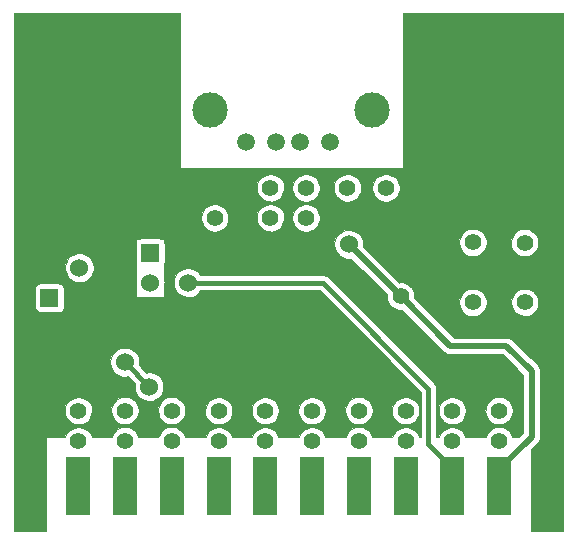
<source format=gbr>
G04 #@! TF.FileFunction,Copper,L1,Top,Signal*
%FSLAX46Y46*%
G04 Gerber Fmt 4.6, Leading zero omitted, Abs format (unit mm)*
G04 Created by KiCad (PCBNEW 4.0.7) date 08/25/20 08:50:58*
%MOMM*%
%LPD*%
G01*
G04 APERTURE LIST*
%ADD10C,0.150000*%
%ADD11R,2.000000X5.000000*%
%ADD12C,1.501140*%
%ADD13C,2.999740*%
%ADD14C,1.422400*%
%ADD15C,1.397000*%
%ADD16R,1.524000X1.524000*%
%ADD17C,1.524000*%
%ADD18C,0.381000*%
%ADD19C,0.508000*%
%ADD20C,0.025400*%
G04 APERTURE END LIST*
D10*
D11*
X232141600Y-152161100D03*
X228181600Y-152161100D03*
X224221600Y-152161100D03*
X220261600Y-152161100D03*
X216301600Y-152161100D03*
X212341600Y-152161100D03*
X208381600Y-152161100D03*
X204421600Y-152161100D03*
X200461600Y-152161100D03*
X196501600Y-152161100D03*
X192541600Y-152161100D03*
X188581600Y-152161100D03*
D12*
X206768700Y-123063000D03*
X209308700Y-123063000D03*
X211340700Y-123063000D03*
X213880700Y-123063000D03*
D13*
X203720700Y-120396000D03*
X217436700Y-120396000D03*
D14*
X225958400Y-136652000D03*
X225958400Y-131572000D03*
D15*
X204101700Y-129501900D03*
X204101700Y-126961900D03*
X230339900Y-129044700D03*
X230339900Y-131584700D03*
X230352600Y-139192000D03*
X230352600Y-136652000D03*
X219837000Y-136118600D03*
X219837000Y-138658600D03*
X215341200Y-126961900D03*
X215341200Y-129501900D03*
X208813400Y-126949200D03*
X208813400Y-129489200D03*
X211836000Y-126961900D03*
X211836000Y-129501900D03*
X218592400Y-126961900D03*
X218592400Y-129501900D03*
D16*
X190106300Y-136258300D03*
D17*
X190106300Y-133718300D03*
X192646300Y-136258300D03*
X192646300Y-133718300D03*
D15*
X224218500Y-145821400D03*
X224218500Y-148361400D03*
X220256100Y-145821400D03*
X220256100Y-148361400D03*
X216306400Y-145808700D03*
X216306400Y-148348700D03*
X212344000Y-145821400D03*
X212344000Y-148361400D03*
X208381600Y-145821400D03*
X208381600Y-148361400D03*
X204431900Y-145821400D03*
X204431900Y-148361400D03*
X200456800Y-145808700D03*
X200456800Y-148348700D03*
X196507100Y-145808700D03*
X196507100Y-148348700D03*
X228180900Y-145808700D03*
X228180900Y-148348700D03*
X192557400Y-145821400D03*
X192557400Y-148361400D03*
D16*
X198628000Y-132448300D03*
D17*
X198628000Y-134988300D03*
X198539100Y-143776700D03*
X196481700Y-141719300D03*
X201841100Y-134975600D03*
X215455500Y-131737100D03*
D18*
X196481700Y-141719300D02*
X198539100Y-143776700D01*
X207289400Y-134988300D02*
X201853800Y-134988300D01*
X201853800Y-134988300D02*
X201841100Y-134975600D01*
X224221600Y-152161100D02*
X224221600Y-150663200D01*
X213245700Y-134988300D02*
X207289400Y-134988300D01*
X222199200Y-143941800D02*
X213245700Y-134988300D01*
X222199200Y-148640800D02*
X222199200Y-143941800D01*
X224221600Y-150663200D02*
X222199200Y-148640800D01*
X224221600Y-152161100D02*
X224221600Y-150155200D01*
D19*
X230936800Y-143865600D02*
X230936800Y-142468600D01*
X228803200Y-140335000D02*
X224053400Y-140335000D01*
X230936800Y-142468600D02*
X228803200Y-140335000D01*
X228181600Y-152161100D02*
X228181600Y-150761000D01*
X224053400Y-140335000D02*
X219837000Y-136118600D01*
X230936800Y-148005800D02*
X230936800Y-143865600D01*
X228181600Y-150761000D02*
X230936800Y-148005800D01*
X219837000Y-136118600D02*
X215455500Y-131737100D01*
D20*
G36*
X201155300Y-125247400D02*
X201155803Y-125250938D01*
X201157271Y-125254196D01*
X201159590Y-125256916D01*
X201162574Y-125258882D01*
X201165987Y-125259940D01*
X201168000Y-125260100D01*
X219989400Y-125260100D01*
X219992938Y-125259597D01*
X219996196Y-125258129D01*
X219998916Y-125255810D01*
X220000882Y-125252826D01*
X220001940Y-125249413D01*
X220002100Y-125247400D01*
X220002100Y-112128000D01*
X233591400Y-112128000D01*
X233591400Y-155994400D01*
X230898700Y-155994400D01*
X230898700Y-149050396D01*
X231440048Y-148509048D01*
X231481816Y-148458200D01*
X231524033Y-148407887D01*
X231525834Y-148404611D01*
X231528212Y-148401716D01*
X231559279Y-148343775D01*
X231590949Y-148286168D01*
X231592082Y-148282597D01*
X231593848Y-148279303D01*
X231613051Y-148216493D01*
X231632948Y-148153771D01*
X231633365Y-148150050D01*
X231634459Y-148146473D01*
X231641096Y-148081134D01*
X231648431Y-148015737D01*
X231648482Y-148008413D01*
X231648495Y-148008284D01*
X231648484Y-148008163D01*
X231648500Y-148005800D01*
X231648500Y-142468600D01*
X231642083Y-142403156D01*
X231636355Y-142337682D01*
X231635311Y-142334090D01*
X231634946Y-142330363D01*
X231615939Y-142267411D01*
X231597603Y-142204297D01*
X231595880Y-142200974D01*
X231594799Y-142197392D01*
X231563946Y-142139366D01*
X231533682Y-142080980D01*
X231531346Y-142078054D01*
X231529590Y-142074751D01*
X231488090Y-142023868D01*
X231447026Y-141972427D01*
X231441883Y-141967212D01*
X231441801Y-141967112D01*
X231441708Y-141967035D01*
X231440048Y-141965352D01*
X229306448Y-139831752D01*
X229255622Y-139790003D01*
X229205287Y-139747767D01*
X229202008Y-139745964D01*
X229199115Y-139743588D01*
X229141161Y-139712513D01*
X229083568Y-139680851D01*
X229080001Y-139679720D01*
X229076703Y-139677951D01*
X229013847Y-139658734D01*
X228951171Y-139638852D01*
X228947450Y-139638435D01*
X228943873Y-139637341D01*
X228878534Y-139630704D01*
X228813137Y-139623369D01*
X228805813Y-139623318D01*
X228805684Y-139623305D01*
X228805563Y-139623316D01*
X228803200Y-139623300D01*
X224348196Y-139623300D01*
X221475180Y-136750284D01*
X224787963Y-136750284D01*
X224829344Y-136975752D01*
X224913731Y-137188887D01*
X225037908Y-137381573D01*
X225197147Y-137546469D01*
X225385382Y-137677296D01*
X225595442Y-137769069D01*
X225819328Y-137818294D01*
X226048511Y-137823094D01*
X226274261Y-137783288D01*
X226487981Y-137700392D01*
X226681529Y-137577563D01*
X226847533Y-137419479D01*
X226979670Y-137232162D01*
X227072908Y-137022747D01*
X227123694Y-136799211D01*
X227124392Y-136749216D01*
X229194881Y-136749216D01*
X229235812Y-136972234D01*
X229319281Y-137183054D01*
X229442110Y-137373646D01*
X229599618Y-137536751D01*
X229785808Y-137666156D01*
X229993586Y-137756932D01*
X230215039Y-137805621D01*
X230441732Y-137810370D01*
X230665029Y-137770996D01*
X230876427Y-137689001D01*
X231067872Y-137567506D01*
X231232072Y-137411140D01*
X231362774Y-137225859D01*
X231454998Y-137018719D01*
X231505233Y-136797611D01*
X231508849Y-136538629D01*
X231464808Y-136316205D01*
X231378403Y-136106571D01*
X231252926Y-135917712D01*
X231093155Y-135756822D01*
X230905177Y-135630030D01*
X230696152Y-135542163D01*
X230474041Y-135496570D01*
X230247304Y-135494987D01*
X230024577Y-135537475D01*
X229814345Y-135622414D01*
X229624615Y-135746570D01*
X229462614Y-135905213D01*
X229334512Y-136092301D01*
X229245189Y-136300708D01*
X229198046Y-136522496D01*
X229194881Y-136749216D01*
X227124392Y-136749216D01*
X227127350Y-136537383D01*
X227082825Y-136312516D01*
X226995471Y-136100579D01*
X226868616Y-135909646D01*
X226707090Y-135746989D01*
X226517047Y-135618803D01*
X226305726Y-135529972D01*
X226081175Y-135483878D01*
X225851947Y-135482278D01*
X225626774Y-135525232D01*
X225414233Y-135611104D01*
X225222419Y-135736624D01*
X225058638Y-135897010D01*
X224929129Y-136086153D01*
X224838824Y-136296850D01*
X224791164Y-136521073D01*
X224787963Y-136750284D01*
X221475180Y-136750284D01*
X220989536Y-136264640D01*
X220989633Y-136264211D01*
X220993249Y-136005229D01*
X220949208Y-135782805D01*
X220862803Y-135573171D01*
X220737326Y-135384312D01*
X220577555Y-135223422D01*
X220389577Y-135096630D01*
X220180552Y-135008763D01*
X219958441Y-134963170D01*
X219731704Y-134961587D01*
X219693727Y-134968831D01*
X216661101Y-131936205D01*
X216671438Y-131890709D01*
X216674515Y-131670284D01*
X224787963Y-131670284D01*
X224829344Y-131895752D01*
X224913731Y-132108887D01*
X225037908Y-132301573D01*
X225197147Y-132466469D01*
X225385382Y-132597296D01*
X225595442Y-132689069D01*
X225819328Y-132738294D01*
X226048511Y-132743094D01*
X226274261Y-132703288D01*
X226487981Y-132620392D01*
X226681529Y-132497563D01*
X226847533Y-132339479D01*
X226979670Y-132152162D01*
X227072908Y-131942747D01*
X227123694Y-131719211D01*
X227124214Y-131681916D01*
X229182181Y-131681916D01*
X229223112Y-131904934D01*
X229306581Y-132115754D01*
X229429410Y-132306346D01*
X229586918Y-132469451D01*
X229773108Y-132598856D01*
X229980886Y-132689632D01*
X230202339Y-132738321D01*
X230429032Y-132743070D01*
X230652329Y-132703696D01*
X230863727Y-132621701D01*
X231055172Y-132500206D01*
X231219372Y-132343840D01*
X231350074Y-132158559D01*
X231442298Y-131951419D01*
X231492533Y-131730311D01*
X231496149Y-131471329D01*
X231452108Y-131248905D01*
X231365703Y-131039271D01*
X231240226Y-130850412D01*
X231080455Y-130689522D01*
X230892477Y-130562730D01*
X230683452Y-130474863D01*
X230461341Y-130429270D01*
X230234604Y-130427687D01*
X230011877Y-130470175D01*
X229801645Y-130555114D01*
X229611915Y-130679270D01*
X229449914Y-130837913D01*
X229321812Y-131025001D01*
X229232489Y-131233408D01*
X229185346Y-131455196D01*
X229182181Y-131681916D01*
X227124214Y-131681916D01*
X227127350Y-131457383D01*
X227082825Y-131232516D01*
X226995471Y-131020579D01*
X226868616Y-130829646D01*
X226707090Y-130666989D01*
X226517047Y-130538803D01*
X226305726Y-130449972D01*
X226081175Y-130403878D01*
X225851947Y-130402278D01*
X225626774Y-130445232D01*
X225414233Y-130531104D01*
X225222419Y-130656624D01*
X225058638Y-130817010D01*
X224929129Y-131006153D01*
X224838824Y-131216850D01*
X224791164Y-131441073D01*
X224787963Y-131670284D01*
X216674515Y-131670284D01*
X216675253Y-131617502D01*
X216628793Y-131382862D01*
X216537642Y-131161715D01*
X216405274Y-130962484D01*
X216236728Y-130792757D01*
X216038426Y-130659001D01*
X215817920Y-130566309D01*
X215583610Y-130518212D01*
X215344421Y-130516542D01*
X215109462Y-130561363D01*
X214887683Y-130650967D01*
X214687533Y-130781942D01*
X214516634Y-130949298D01*
X214381497Y-131146662D01*
X214287268Y-131366515D01*
X214237536Y-131600483D01*
X214234196Y-131839656D01*
X214277376Y-132074922D01*
X214365430Y-132297320D01*
X214495004Y-132498380D01*
X214661163Y-132670443D01*
X214857578Y-132806955D01*
X215076768Y-132902717D01*
X215310384Y-132954081D01*
X215549527Y-132959090D01*
X215652787Y-132940883D01*
X218685698Y-135973794D01*
X218682446Y-135989096D01*
X218679281Y-136215816D01*
X218720212Y-136438834D01*
X218803681Y-136649654D01*
X218926510Y-136840246D01*
X219084018Y-137003351D01*
X219270208Y-137132756D01*
X219477986Y-137223532D01*
X219699439Y-137272221D01*
X219926132Y-137276970D01*
X219979469Y-137267565D01*
X223550152Y-140838248D01*
X223600978Y-140879997D01*
X223651313Y-140922233D01*
X223654592Y-140924036D01*
X223657485Y-140926412D01*
X223715439Y-140957487D01*
X223773032Y-140989149D01*
X223776599Y-140990280D01*
X223779897Y-140992049D01*
X223842753Y-141011266D01*
X223905429Y-141031148D01*
X223909150Y-141031565D01*
X223912727Y-141032659D01*
X223978066Y-141039296D01*
X224043463Y-141046631D01*
X224050787Y-141046682D01*
X224050916Y-141046695D01*
X224051037Y-141046684D01*
X224053400Y-141046700D01*
X228508404Y-141046700D01*
X230225100Y-142763396D01*
X230225100Y-147711004D01*
X229879504Y-148056600D01*
X229301760Y-148056600D01*
X229293108Y-148012905D01*
X229206703Y-147803271D01*
X229081226Y-147614412D01*
X228921455Y-147453522D01*
X228733477Y-147326730D01*
X228524452Y-147238863D01*
X228302341Y-147193270D01*
X228075604Y-147191687D01*
X227852877Y-147234175D01*
X227642645Y-147319114D01*
X227452915Y-147443270D01*
X227290914Y-147601913D01*
X227162812Y-147789001D01*
X227073489Y-147997408D01*
X227060907Y-148056600D01*
X225336845Y-148056600D01*
X225330708Y-148025605D01*
X225244303Y-147815971D01*
X225118826Y-147627112D01*
X224959055Y-147466222D01*
X224771077Y-147339430D01*
X224562052Y-147251563D01*
X224339941Y-147205970D01*
X224113204Y-147204387D01*
X223890477Y-147246875D01*
X223680245Y-147331814D01*
X223490515Y-147455970D01*
X223328514Y-147614613D01*
X223200412Y-147801701D01*
X223111089Y-148010108D01*
X223101207Y-148056600D01*
X222847400Y-148056600D01*
X222847400Y-145918616D01*
X223060781Y-145918616D01*
X223101712Y-146141634D01*
X223185181Y-146352454D01*
X223308010Y-146543046D01*
X223465518Y-146706151D01*
X223651708Y-146835556D01*
X223859486Y-146926332D01*
X224080939Y-146975021D01*
X224307632Y-146979770D01*
X224530929Y-146940396D01*
X224742327Y-146858401D01*
X224933772Y-146736906D01*
X225097972Y-146580540D01*
X225228674Y-146395259D01*
X225320898Y-146188119D01*
X225371133Y-145967011D01*
X225371986Y-145905916D01*
X227023181Y-145905916D01*
X227064112Y-146128934D01*
X227147581Y-146339754D01*
X227270410Y-146530346D01*
X227427918Y-146693451D01*
X227614108Y-146822856D01*
X227821886Y-146913632D01*
X228043339Y-146962321D01*
X228270032Y-146967070D01*
X228493329Y-146927696D01*
X228704727Y-146845701D01*
X228896172Y-146724206D01*
X229060372Y-146567840D01*
X229191074Y-146382559D01*
X229283298Y-146175419D01*
X229333533Y-145954311D01*
X229337149Y-145695329D01*
X229293108Y-145472905D01*
X229206703Y-145263271D01*
X229081226Y-145074412D01*
X228921455Y-144913522D01*
X228733477Y-144786730D01*
X228524452Y-144698863D01*
X228302341Y-144653270D01*
X228075604Y-144651687D01*
X227852877Y-144694175D01*
X227642645Y-144779114D01*
X227452915Y-144903270D01*
X227290914Y-145061913D01*
X227162812Y-145249001D01*
X227073489Y-145457408D01*
X227026346Y-145679196D01*
X227023181Y-145905916D01*
X225371986Y-145905916D01*
X225374749Y-145708029D01*
X225330708Y-145485605D01*
X225244303Y-145275971D01*
X225118826Y-145087112D01*
X224959055Y-144926222D01*
X224771077Y-144799430D01*
X224562052Y-144711563D01*
X224339941Y-144665970D01*
X224113204Y-144664387D01*
X223890477Y-144706875D01*
X223680245Y-144791814D01*
X223490515Y-144915970D01*
X223328514Y-145074613D01*
X223200412Y-145261701D01*
X223111089Y-145470108D01*
X223063946Y-145691896D01*
X223060781Y-145918616D01*
X222847400Y-145918616D01*
X222847400Y-143941800D01*
X222841557Y-143882212D01*
X222836339Y-143822563D01*
X222835387Y-143819288D01*
X222835055Y-143815897D01*
X222817757Y-143758603D01*
X222801045Y-143701079D01*
X222799476Y-143698052D01*
X222798491Y-143694790D01*
X222770376Y-143641914D01*
X222742826Y-143588765D01*
X222740701Y-143586103D01*
X222739100Y-143583092D01*
X222701240Y-143536671D01*
X222663901Y-143489897D01*
X222659222Y-143485152D01*
X222659144Y-143485056D01*
X222659055Y-143484982D01*
X222657547Y-143483453D01*
X213704047Y-134529953D01*
X213657782Y-134491951D01*
X213611912Y-134453461D01*
X213608922Y-134451818D01*
X213606291Y-134449656D01*
X213553561Y-134421382D01*
X213501053Y-134392516D01*
X213497802Y-134391485D01*
X213494800Y-134389875D01*
X213437522Y-134372363D01*
X213380468Y-134354265D01*
X213377085Y-134353885D01*
X213373822Y-134352888D01*
X213314233Y-134346835D01*
X213254750Y-134340163D01*
X213248087Y-134340117D01*
X213247963Y-134340104D01*
X213247847Y-134340115D01*
X213245700Y-134340100D01*
X202883302Y-134340100D01*
X202790874Y-134200984D01*
X202622328Y-134031257D01*
X202424026Y-133897501D01*
X202203520Y-133804809D01*
X201969210Y-133756712D01*
X201730021Y-133755042D01*
X201495062Y-133799863D01*
X201273283Y-133889467D01*
X201073133Y-134020442D01*
X200902234Y-134187798D01*
X200767097Y-134385162D01*
X200672868Y-134605015D01*
X200623136Y-134838983D01*
X200619796Y-135078156D01*
X200662976Y-135313422D01*
X200751030Y-135535820D01*
X200880604Y-135736880D01*
X201046763Y-135908943D01*
X201243178Y-136045455D01*
X201462368Y-136141217D01*
X201695984Y-136192581D01*
X201935127Y-136197590D01*
X202170689Y-136156054D01*
X202393696Y-136069555D01*
X202595656Y-135941388D01*
X202768875Y-135776434D01*
X202867587Y-135636500D01*
X212977206Y-135636500D01*
X221551000Y-144210294D01*
X221551000Y-148056600D01*
X221374445Y-148056600D01*
X221368308Y-148025605D01*
X221281903Y-147815971D01*
X221156426Y-147627112D01*
X220996655Y-147466222D01*
X220808677Y-147339430D01*
X220599652Y-147251563D01*
X220377541Y-147205970D01*
X220150804Y-147204387D01*
X219928077Y-147246875D01*
X219717845Y-147331814D01*
X219528115Y-147455970D01*
X219366114Y-147614613D01*
X219238012Y-147801701D01*
X219148689Y-148010108D01*
X219138807Y-148056600D01*
X217427260Y-148056600D01*
X217418608Y-148012905D01*
X217332203Y-147803271D01*
X217206726Y-147614412D01*
X217046955Y-147453522D01*
X216858977Y-147326730D01*
X216649952Y-147238863D01*
X216427841Y-147193270D01*
X216201104Y-147191687D01*
X215978377Y-147234175D01*
X215768145Y-147319114D01*
X215578415Y-147443270D01*
X215416414Y-147601913D01*
X215288312Y-147789001D01*
X215198989Y-147997408D01*
X215186407Y-148056600D01*
X213462345Y-148056600D01*
X213456208Y-148025605D01*
X213369803Y-147815971D01*
X213244326Y-147627112D01*
X213084555Y-147466222D01*
X212896577Y-147339430D01*
X212687552Y-147251563D01*
X212465441Y-147205970D01*
X212238704Y-147204387D01*
X212015977Y-147246875D01*
X211805745Y-147331814D01*
X211616015Y-147455970D01*
X211454014Y-147614613D01*
X211325912Y-147801701D01*
X211236589Y-148010108D01*
X211226707Y-148056600D01*
X209499945Y-148056600D01*
X209493808Y-148025605D01*
X209407403Y-147815971D01*
X209281926Y-147627112D01*
X209122155Y-147466222D01*
X208934177Y-147339430D01*
X208725152Y-147251563D01*
X208503041Y-147205970D01*
X208276304Y-147204387D01*
X208053577Y-147246875D01*
X207843345Y-147331814D01*
X207653615Y-147455970D01*
X207491614Y-147614613D01*
X207363512Y-147801701D01*
X207274189Y-148010108D01*
X207264307Y-148056600D01*
X205550245Y-148056600D01*
X205544108Y-148025605D01*
X205457703Y-147815971D01*
X205332226Y-147627112D01*
X205172455Y-147466222D01*
X204984477Y-147339430D01*
X204775452Y-147251563D01*
X204553341Y-147205970D01*
X204326604Y-147204387D01*
X204103877Y-147246875D01*
X203893645Y-147331814D01*
X203703915Y-147455970D01*
X203541914Y-147614613D01*
X203413812Y-147801701D01*
X203324489Y-148010108D01*
X203314607Y-148056600D01*
X201577660Y-148056600D01*
X201569008Y-148012905D01*
X201482603Y-147803271D01*
X201357126Y-147614412D01*
X201197355Y-147453522D01*
X201009377Y-147326730D01*
X200800352Y-147238863D01*
X200578241Y-147193270D01*
X200351504Y-147191687D01*
X200128777Y-147234175D01*
X199918545Y-147319114D01*
X199728815Y-147443270D01*
X199566814Y-147601913D01*
X199438712Y-147789001D01*
X199349389Y-147997408D01*
X199336807Y-148056600D01*
X197627960Y-148056600D01*
X197619308Y-148012905D01*
X197532903Y-147803271D01*
X197407426Y-147614412D01*
X197247655Y-147453522D01*
X197059677Y-147326730D01*
X196850652Y-147238863D01*
X196628541Y-147193270D01*
X196401804Y-147191687D01*
X196179077Y-147234175D01*
X195968845Y-147319114D01*
X195779115Y-147443270D01*
X195617114Y-147601913D01*
X195489012Y-147789001D01*
X195399689Y-147997408D01*
X195387107Y-148056600D01*
X193675745Y-148056600D01*
X193669608Y-148025605D01*
X193583203Y-147815971D01*
X193457726Y-147627112D01*
X193297955Y-147466222D01*
X193109977Y-147339430D01*
X192900952Y-147251563D01*
X192678841Y-147205970D01*
X192452104Y-147204387D01*
X192229377Y-147246875D01*
X192019145Y-147331814D01*
X191829415Y-147455970D01*
X191667414Y-147614613D01*
X191539312Y-147801701D01*
X191449989Y-148010108D01*
X191440107Y-148056600D01*
X189839600Y-148056600D01*
X189836062Y-148057103D01*
X189832804Y-148058571D01*
X189830084Y-148060890D01*
X189828118Y-148063874D01*
X189827060Y-148067287D01*
X189826900Y-148069300D01*
X189826900Y-155994400D01*
X187096100Y-155994400D01*
X187096100Y-145918616D01*
X191399681Y-145918616D01*
X191440612Y-146141634D01*
X191524081Y-146352454D01*
X191646910Y-146543046D01*
X191804418Y-146706151D01*
X191990608Y-146835556D01*
X192198386Y-146926332D01*
X192419839Y-146975021D01*
X192646532Y-146979770D01*
X192869829Y-146940396D01*
X193081227Y-146858401D01*
X193272672Y-146736906D01*
X193436872Y-146580540D01*
X193567574Y-146395259D01*
X193659798Y-146188119D01*
X193710033Y-145967011D01*
X193710886Y-145905916D01*
X195349381Y-145905916D01*
X195390312Y-146128934D01*
X195473781Y-146339754D01*
X195596610Y-146530346D01*
X195754118Y-146693451D01*
X195940308Y-146822856D01*
X196148086Y-146913632D01*
X196369539Y-146962321D01*
X196596232Y-146967070D01*
X196819529Y-146927696D01*
X197030927Y-146845701D01*
X197222372Y-146724206D01*
X197386572Y-146567840D01*
X197517274Y-146382559D01*
X197609498Y-146175419D01*
X197659733Y-145954311D01*
X197660408Y-145905916D01*
X199299081Y-145905916D01*
X199340012Y-146128934D01*
X199423481Y-146339754D01*
X199546310Y-146530346D01*
X199703818Y-146693451D01*
X199890008Y-146822856D01*
X200097786Y-146913632D01*
X200319239Y-146962321D01*
X200545932Y-146967070D01*
X200769229Y-146927696D01*
X200980627Y-146845701D01*
X201172072Y-146724206D01*
X201336272Y-146567840D01*
X201466974Y-146382559D01*
X201559198Y-146175419D01*
X201609433Y-145954311D01*
X201609931Y-145918616D01*
X203274181Y-145918616D01*
X203315112Y-146141634D01*
X203398581Y-146352454D01*
X203521410Y-146543046D01*
X203678918Y-146706151D01*
X203865108Y-146835556D01*
X204072886Y-146926332D01*
X204294339Y-146975021D01*
X204521032Y-146979770D01*
X204744329Y-146940396D01*
X204955727Y-146858401D01*
X205147172Y-146736906D01*
X205311372Y-146580540D01*
X205442074Y-146395259D01*
X205534298Y-146188119D01*
X205584533Y-145967011D01*
X205585208Y-145918616D01*
X207223881Y-145918616D01*
X207264812Y-146141634D01*
X207348281Y-146352454D01*
X207471110Y-146543046D01*
X207628618Y-146706151D01*
X207814808Y-146835556D01*
X208022586Y-146926332D01*
X208244039Y-146975021D01*
X208470732Y-146979770D01*
X208694029Y-146940396D01*
X208905427Y-146858401D01*
X209096872Y-146736906D01*
X209261072Y-146580540D01*
X209391774Y-146395259D01*
X209483998Y-146188119D01*
X209534233Y-145967011D01*
X209534908Y-145918616D01*
X211186281Y-145918616D01*
X211227212Y-146141634D01*
X211310681Y-146352454D01*
X211433510Y-146543046D01*
X211591018Y-146706151D01*
X211777208Y-146835556D01*
X211984986Y-146926332D01*
X212206439Y-146975021D01*
X212433132Y-146979770D01*
X212656429Y-146940396D01*
X212867827Y-146858401D01*
X213059272Y-146736906D01*
X213223472Y-146580540D01*
X213354174Y-146395259D01*
X213446398Y-146188119D01*
X213496633Y-145967011D01*
X213497486Y-145905916D01*
X215148681Y-145905916D01*
X215189612Y-146128934D01*
X215273081Y-146339754D01*
X215395910Y-146530346D01*
X215553418Y-146693451D01*
X215739608Y-146822856D01*
X215947386Y-146913632D01*
X216168839Y-146962321D01*
X216395532Y-146967070D01*
X216618829Y-146927696D01*
X216830227Y-146845701D01*
X217021672Y-146724206D01*
X217185872Y-146567840D01*
X217316574Y-146382559D01*
X217408798Y-146175419D01*
X217459033Y-145954311D01*
X217459531Y-145918616D01*
X219098381Y-145918616D01*
X219139312Y-146141634D01*
X219222781Y-146352454D01*
X219345610Y-146543046D01*
X219503118Y-146706151D01*
X219689308Y-146835556D01*
X219897086Y-146926332D01*
X220118539Y-146975021D01*
X220345232Y-146979770D01*
X220568529Y-146940396D01*
X220779927Y-146858401D01*
X220971372Y-146736906D01*
X221135572Y-146580540D01*
X221266274Y-146395259D01*
X221358498Y-146188119D01*
X221408733Y-145967011D01*
X221412349Y-145708029D01*
X221368308Y-145485605D01*
X221281903Y-145275971D01*
X221156426Y-145087112D01*
X220996655Y-144926222D01*
X220808677Y-144799430D01*
X220599652Y-144711563D01*
X220377541Y-144665970D01*
X220150804Y-144664387D01*
X219928077Y-144706875D01*
X219717845Y-144791814D01*
X219528115Y-144915970D01*
X219366114Y-145074613D01*
X219238012Y-145261701D01*
X219148689Y-145470108D01*
X219101546Y-145691896D01*
X219098381Y-145918616D01*
X217459531Y-145918616D01*
X217462649Y-145695329D01*
X217418608Y-145472905D01*
X217332203Y-145263271D01*
X217206726Y-145074412D01*
X217046955Y-144913522D01*
X216858977Y-144786730D01*
X216649952Y-144698863D01*
X216427841Y-144653270D01*
X216201104Y-144651687D01*
X215978377Y-144694175D01*
X215768145Y-144779114D01*
X215578415Y-144903270D01*
X215416414Y-145061913D01*
X215288312Y-145249001D01*
X215198989Y-145457408D01*
X215151846Y-145679196D01*
X215148681Y-145905916D01*
X213497486Y-145905916D01*
X213500249Y-145708029D01*
X213456208Y-145485605D01*
X213369803Y-145275971D01*
X213244326Y-145087112D01*
X213084555Y-144926222D01*
X212896577Y-144799430D01*
X212687552Y-144711563D01*
X212465441Y-144665970D01*
X212238704Y-144664387D01*
X212015977Y-144706875D01*
X211805745Y-144791814D01*
X211616015Y-144915970D01*
X211454014Y-145074613D01*
X211325912Y-145261701D01*
X211236589Y-145470108D01*
X211189446Y-145691896D01*
X211186281Y-145918616D01*
X209534908Y-145918616D01*
X209537849Y-145708029D01*
X209493808Y-145485605D01*
X209407403Y-145275971D01*
X209281926Y-145087112D01*
X209122155Y-144926222D01*
X208934177Y-144799430D01*
X208725152Y-144711563D01*
X208503041Y-144665970D01*
X208276304Y-144664387D01*
X208053577Y-144706875D01*
X207843345Y-144791814D01*
X207653615Y-144915970D01*
X207491614Y-145074613D01*
X207363512Y-145261701D01*
X207274189Y-145470108D01*
X207227046Y-145691896D01*
X207223881Y-145918616D01*
X205585208Y-145918616D01*
X205588149Y-145708029D01*
X205544108Y-145485605D01*
X205457703Y-145275971D01*
X205332226Y-145087112D01*
X205172455Y-144926222D01*
X204984477Y-144799430D01*
X204775452Y-144711563D01*
X204553341Y-144665970D01*
X204326604Y-144664387D01*
X204103877Y-144706875D01*
X203893645Y-144791814D01*
X203703915Y-144915970D01*
X203541914Y-145074613D01*
X203413812Y-145261701D01*
X203324489Y-145470108D01*
X203277346Y-145691896D01*
X203274181Y-145918616D01*
X201609931Y-145918616D01*
X201613049Y-145695329D01*
X201569008Y-145472905D01*
X201482603Y-145263271D01*
X201357126Y-145074412D01*
X201197355Y-144913522D01*
X201009377Y-144786730D01*
X200800352Y-144698863D01*
X200578241Y-144653270D01*
X200351504Y-144651687D01*
X200128777Y-144694175D01*
X199918545Y-144779114D01*
X199728815Y-144903270D01*
X199566814Y-145061913D01*
X199438712Y-145249001D01*
X199349389Y-145457408D01*
X199302246Y-145679196D01*
X199299081Y-145905916D01*
X197660408Y-145905916D01*
X197663349Y-145695329D01*
X197619308Y-145472905D01*
X197532903Y-145263271D01*
X197407426Y-145074412D01*
X197247655Y-144913522D01*
X197059677Y-144786730D01*
X196850652Y-144698863D01*
X196628541Y-144653270D01*
X196401804Y-144651687D01*
X196179077Y-144694175D01*
X195968845Y-144779114D01*
X195779115Y-144903270D01*
X195617114Y-145061913D01*
X195489012Y-145249001D01*
X195399689Y-145457408D01*
X195352546Y-145679196D01*
X195349381Y-145905916D01*
X193710886Y-145905916D01*
X193713649Y-145708029D01*
X193669608Y-145485605D01*
X193583203Y-145275971D01*
X193457726Y-145087112D01*
X193297955Y-144926222D01*
X193109977Y-144799430D01*
X192900952Y-144711563D01*
X192678841Y-144665970D01*
X192452104Y-144664387D01*
X192229377Y-144706875D01*
X192019145Y-144791814D01*
X191829415Y-144915970D01*
X191667414Y-145074613D01*
X191539312Y-145261701D01*
X191449989Y-145470108D01*
X191402846Y-145691896D01*
X191399681Y-145918616D01*
X187096100Y-145918616D01*
X187096100Y-141821856D01*
X195260396Y-141821856D01*
X195303576Y-142057122D01*
X195391630Y-142279520D01*
X195521204Y-142480580D01*
X195687363Y-142652643D01*
X195883778Y-142789155D01*
X196102968Y-142884917D01*
X196336584Y-142936281D01*
X196575727Y-142941290D01*
X196755328Y-142909622D01*
X197349999Y-143504293D01*
X197321136Y-143640083D01*
X197317796Y-143879256D01*
X197360976Y-144114522D01*
X197449030Y-144336920D01*
X197578604Y-144537980D01*
X197744763Y-144710043D01*
X197941178Y-144846555D01*
X198160368Y-144942317D01*
X198393984Y-144993681D01*
X198633127Y-144998690D01*
X198868689Y-144957154D01*
X199091696Y-144870655D01*
X199293656Y-144742488D01*
X199466875Y-144577534D01*
X199604755Y-144382076D01*
X199702044Y-144163560D01*
X199755038Y-143930309D01*
X199758853Y-143657102D01*
X199712393Y-143422462D01*
X199621242Y-143201315D01*
X199488874Y-143002084D01*
X199320328Y-142832357D01*
X199122026Y-142698601D01*
X198901520Y-142605909D01*
X198667210Y-142557812D01*
X198428021Y-142556142D01*
X198266120Y-142587026D01*
X197670676Y-141991582D01*
X197697638Y-141872909D01*
X197701453Y-141599702D01*
X197654993Y-141365062D01*
X197563842Y-141143915D01*
X197431474Y-140944684D01*
X197262928Y-140774957D01*
X197064626Y-140641201D01*
X196844120Y-140548509D01*
X196609810Y-140500412D01*
X196370621Y-140498742D01*
X196135662Y-140543563D01*
X195913883Y-140633167D01*
X195713733Y-140764142D01*
X195542834Y-140931498D01*
X195407697Y-141128862D01*
X195313468Y-141348715D01*
X195263736Y-141582683D01*
X195260396Y-141821856D01*
X187096100Y-141821856D01*
X187096100Y-135496300D01*
X188884386Y-135496300D01*
X188884386Y-137020300D01*
X188890198Y-137093187D01*
X188928482Y-137216811D01*
X188999692Y-137324875D01*
X189098188Y-137408822D01*
X189216171Y-137462006D01*
X189344300Y-137480214D01*
X190868300Y-137480214D01*
X190941187Y-137474402D01*
X191064811Y-137436118D01*
X191172875Y-137364908D01*
X191256822Y-137266412D01*
X191310006Y-137148429D01*
X191328214Y-137020300D01*
X191328214Y-135496300D01*
X191322402Y-135423413D01*
X191284118Y-135299789D01*
X191212908Y-135191725D01*
X191114412Y-135107778D01*
X190996429Y-135054594D01*
X190868300Y-135036386D01*
X189344300Y-135036386D01*
X189271413Y-135042198D01*
X189147789Y-135080482D01*
X189039725Y-135151692D01*
X188955778Y-135250188D01*
X188902594Y-135368171D01*
X188884386Y-135496300D01*
X187096100Y-135496300D01*
X187096100Y-133820856D01*
X191424996Y-133820856D01*
X191468176Y-134056122D01*
X191556230Y-134278520D01*
X191685804Y-134479580D01*
X191851963Y-134651643D01*
X192048378Y-134788155D01*
X192267568Y-134883917D01*
X192501184Y-134935281D01*
X192740327Y-134940290D01*
X192975889Y-134898754D01*
X193198896Y-134812255D01*
X193400856Y-134684088D01*
X193574075Y-134519134D01*
X193711955Y-134323676D01*
X193809244Y-134105160D01*
X193862238Y-133871909D01*
X193866053Y-133598702D01*
X193819593Y-133364062D01*
X193728442Y-133142915D01*
X193596074Y-132943684D01*
X193427528Y-132773957D01*
X193229226Y-132640201D01*
X193008720Y-132547509D01*
X192774410Y-132499412D01*
X192535221Y-132497742D01*
X192300262Y-132542563D01*
X192078483Y-132632167D01*
X191878333Y-132763142D01*
X191707434Y-132930498D01*
X191572297Y-133127862D01*
X191478068Y-133347715D01*
X191428336Y-133581683D01*
X191424996Y-133820856D01*
X187096100Y-133820856D01*
X187096100Y-131686300D01*
X197406086Y-131686300D01*
X197406086Y-133210300D01*
X197411898Y-133283187D01*
X197421500Y-133314193D01*
X197421500Y-134797750D01*
X197410036Y-134851683D01*
X197406696Y-135090856D01*
X197421500Y-135171516D01*
X197421500Y-136182100D01*
X197422369Y-136186716D01*
X197425097Y-136190955D01*
X197429259Y-136193799D01*
X197434200Y-136194800D01*
X198435214Y-136194800D01*
X198482884Y-136205281D01*
X198722027Y-136210290D01*
X198809875Y-136194800D01*
X199821800Y-136194800D01*
X199826416Y-136193931D01*
X199830655Y-136191203D01*
X199833499Y-136187041D01*
X199834500Y-136182100D01*
X199834500Y-135183450D01*
X199843938Y-135141909D01*
X199847753Y-134868702D01*
X199834500Y-134801770D01*
X199834500Y-133318768D01*
X199849914Y-133210300D01*
X199849914Y-131686300D01*
X199844102Y-131613413D01*
X199834500Y-131582407D01*
X199834500Y-131254500D01*
X199833631Y-131249884D01*
X199830903Y-131245645D01*
X199826741Y-131242801D01*
X199821800Y-131241800D01*
X199498468Y-131241800D01*
X199390000Y-131226386D01*
X197866000Y-131226386D01*
X197793113Y-131232198D01*
X197762107Y-131241800D01*
X197434200Y-131241800D01*
X197429584Y-131242669D01*
X197425345Y-131245397D01*
X197422501Y-131249559D01*
X197421500Y-131254500D01*
X197421500Y-131577832D01*
X197406086Y-131686300D01*
X187096100Y-131686300D01*
X187096100Y-129599116D01*
X202943981Y-129599116D01*
X202984912Y-129822134D01*
X203068381Y-130032954D01*
X203191210Y-130223546D01*
X203348718Y-130386651D01*
X203534908Y-130516056D01*
X203742686Y-130606832D01*
X203964139Y-130655521D01*
X204190832Y-130660270D01*
X204414129Y-130620896D01*
X204625527Y-130538901D01*
X204816972Y-130417406D01*
X204981172Y-130261040D01*
X205111874Y-130075759D01*
X205204098Y-129868619D01*
X205254333Y-129647511D01*
X205255186Y-129586416D01*
X207655681Y-129586416D01*
X207696612Y-129809434D01*
X207780081Y-130020254D01*
X207902910Y-130210846D01*
X208060418Y-130373951D01*
X208246608Y-130503356D01*
X208454386Y-130594132D01*
X208675839Y-130642821D01*
X208902532Y-130647570D01*
X209125829Y-130608196D01*
X209337227Y-130526201D01*
X209528672Y-130404706D01*
X209692872Y-130248340D01*
X209823574Y-130063059D01*
X209915798Y-129855919D01*
X209966033Y-129634811D01*
X209966531Y-129599116D01*
X210678281Y-129599116D01*
X210719212Y-129822134D01*
X210802681Y-130032954D01*
X210925510Y-130223546D01*
X211083018Y-130386651D01*
X211269208Y-130516056D01*
X211476986Y-130606832D01*
X211698439Y-130655521D01*
X211925132Y-130660270D01*
X212148429Y-130620896D01*
X212359827Y-130538901D01*
X212551272Y-130417406D01*
X212715472Y-130261040D01*
X212846174Y-130075759D01*
X212938398Y-129868619D01*
X212988633Y-129647511D01*
X212992249Y-129388529D01*
X212948208Y-129166105D01*
X212861803Y-128956471D01*
X212736326Y-128767612D01*
X212576555Y-128606722D01*
X212388577Y-128479930D01*
X212179552Y-128392063D01*
X211957441Y-128346470D01*
X211730704Y-128344887D01*
X211507977Y-128387375D01*
X211297745Y-128472314D01*
X211108015Y-128596470D01*
X210946014Y-128755113D01*
X210817912Y-128942201D01*
X210728589Y-129150608D01*
X210681446Y-129372396D01*
X210678281Y-129599116D01*
X209966531Y-129599116D01*
X209969649Y-129375829D01*
X209925608Y-129153405D01*
X209839203Y-128943771D01*
X209713726Y-128754912D01*
X209553955Y-128594022D01*
X209365977Y-128467230D01*
X209156952Y-128379363D01*
X208934841Y-128333770D01*
X208708104Y-128332187D01*
X208485377Y-128374675D01*
X208275145Y-128459614D01*
X208085415Y-128583770D01*
X207923414Y-128742413D01*
X207795312Y-128929501D01*
X207705989Y-129137908D01*
X207658846Y-129359696D01*
X207655681Y-129586416D01*
X205255186Y-129586416D01*
X205257949Y-129388529D01*
X205213908Y-129166105D01*
X205127503Y-128956471D01*
X205002026Y-128767612D01*
X204842255Y-128606722D01*
X204654277Y-128479930D01*
X204445252Y-128392063D01*
X204223141Y-128346470D01*
X203996404Y-128344887D01*
X203773677Y-128387375D01*
X203563445Y-128472314D01*
X203373715Y-128596470D01*
X203211714Y-128755113D01*
X203083612Y-128942201D01*
X202994289Y-129150608D01*
X202947146Y-129372396D01*
X202943981Y-129599116D01*
X187096100Y-129599116D01*
X187096100Y-127046416D01*
X207655681Y-127046416D01*
X207696612Y-127269434D01*
X207780081Y-127480254D01*
X207902910Y-127670846D01*
X208060418Y-127833951D01*
X208246608Y-127963356D01*
X208454386Y-128054132D01*
X208675839Y-128102821D01*
X208902532Y-128107570D01*
X209125829Y-128068196D01*
X209337227Y-127986201D01*
X209528672Y-127864706D01*
X209692872Y-127708340D01*
X209823574Y-127523059D01*
X209915798Y-127315919D01*
X209966033Y-127094811D01*
X209966531Y-127059116D01*
X210678281Y-127059116D01*
X210719212Y-127282134D01*
X210802681Y-127492954D01*
X210925510Y-127683546D01*
X211083018Y-127846651D01*
X211269208Y-127976056D01*
X211476986Y-128066832D01*
X211698439Y-128115521D01*
X211925132Y-128120270D01*
X212148429Y-128080896D01*
X212359827Y-127998901D01*
X212551272Y-127877406D01*
X212715472Y-127721040D01*
X212846174Y-127535759D01*
X212938398Y-127328619D01*
X212988633Y-127107511D01*
X212989308Y-127059116D01*
X214183481Y-127059116D01*
X214224412Y-127282134D01*
X214307881Y-127492954D01*
X214430710Y-127683546D01*
X214588218Y-127846651D01*
X214774408Y-127976056D01*
X214982186Y-128066832D01*
X215203639Y-128115521D01*
X215430332Y-128120270D01*
X215653629Y-128080896D01*
X215865027Y-127998901D01*
X216056472Y-127877406D01*
X216220672Y-127721040D01*
X216351374Y-127535759D01*
X216443598Y-127328619D01*
X216493833Y-127107511D01*
X216494508Y-127059116D01*
X217434681Y-127059116D01*
X217475612Y-127282134D01*
X217559081Y-127492954D01*
X217681910Y-127683546D01*
X217839418Y-127846651D01*
X218025608Y-127976056D01*
X218233386Y-128066832D01*
X218454839Y-128115521D01*
X218681532Y-128120270D01*
X218904829Y-128080896D01*
X219116227Y-127998901D01*
X219307672Y-127877406D01*
X219471872Y-127721040D01*
X219602574Y-127535759D01*
X219694798Y-127328619D01*
X219745033Y-127107511D01*
X219748649Y-126848529D01*
X219704608Y-126626105D01*
X219618203Y-126416471D01*
X219492726Y-126227612D01*
X219332955Y-126066722D01*
X219144977Y-125939930D01*
X218935952Y-125852063D01*
X218713841Y-125806470D01*
X218487104Y-125804887D01*
X218264377Y-125847375D01*
X218054145Y-125932314D01*
X217864415Y-126056470D01*
X217702414Y-126215113D01*
X217574312Y-126402201D01*
X217484989Y-126610608D01*
X217437846Y-126832396D01*
X217434681Y-127059116D01*
X216494508Y-127059116D01*
X216497449Y-126848529D01*
X216453408Y-126626105D01*
X216367003Y-126416471D01*
X216241526Y-126227612D01*
X216081755Y-126066722D01*
X215893777Y-125939930D01*
X215684752Y-125852063D01*
X215462641Y-125806470D01*
X215235904Y-125804887D01*
X215013177Y-125847375D01*
X214802945Y-125932314D01*
X214613215Y-126056470D01*
X214451214Y-126215113D01*
X214323112Y-126402201D01*
X214233789Y-126610608D01*
X214186646Y-126832396D01*
X214183481Y-127059116D01*
X212989308Y-127059116D01*
X212992249Y-126848529D01*
X212948208Y-126626105D01*
X212861803Y-126416471D01*
X212736326Y-126227612D01*
X212576555Y-126066722D01*
X212388577Y-125939930D01*
X212179552Y-125852063D01*
X211957441Y-125806470D01*
X211730704Y-125804887D01*
X211507977Y-125847375D01*
X211297745Y-125932314D01*
X211108015Y-126056470D01*
X210946014Y-126215113D01*
X210817912Y-126402201D01*
X210728589Y-126610608D01*
X210681446Y-126832396D01*
X210678281Y-127059116D01*
X209966531Y-127059116D01*
X209969649Y-126835829D01*
X209925608Y-126613405D01*
X209839203Y-126403771D01*
X209713726Y-126214912D01*
X209553955Y-126054022D01*
X209365977Y-125927230D01*
X209156952Y-125839363D01*
X208934841Y-125793770D01*
X208708104Y-125792187D01*
X208485377Y-125834675D01*
X208275145Y-125919614D01*
X208085415Y-126043770D01*
X207923414Y-126202413D01*
X207795312Y-126389501D01*
X207705989Y-126597908D01*
X207658846Y-126819696D01*
X207655681Y-127046416D01*
X187096100Y-127046416D01*
X187096100Y-112128000D01*
X201155300Y-112128000D01*
X201155300Y-125247400D01*
X201155300Y-125247400D01*
G37*
X201155300Y-125247400D02*
X201155803Y-125250938D01*
X201157271Y-125254196D01*
X201159590Y-125256916D01*
X201162574Y-125258882D01*
X201165987Y-125259940D01*
X201168000Y-125260100D01*
X219989400Y-125260100D01*
X219992938Y-125259597D01*
X219996196Y-125258129D01*
X219998916Y-125255810D01*
X220000882Y-125252826D01*
X220001940Y-125249413D01*
X220002100Y-125247400D01*
X220002100Y-112128000D01*
X233591400Y-112128000D01*
X233591400Y-155994400D01*
X230898700Y-155994400D01*
X230898700Y-149050396D01*
X231440048Y-148509048D01*
X231481816Y-148458200D01*
X231524033Y-148407887D01*
X231525834Y-148404611D01*
X231528212Y-148401716D01*
X231559279Y-148343775D01*
X231590949Y-148286168D01*
X231592082Y-148282597D01*
X231593848Y-148279303D01*
X231613051Y-148216493D01*
X231632948Y-148153771D01*
X231633365Y-148150050D01*
X231634459Y-148146473D01*
X231641096Y-148081134D01*
X231648431Y-148015737D01*
X231648482Y-148008413D01*
X231648495Y-148008284D01*
X231648484Y-148008163D01*
X231648500Y-148005800D01*
X231648500Y-142468600D01*
X231642083Y-142403156D01*
X231636355Y-142337682D01*
X231635311Y-142334090D01*
X231634946Y-142330363D01*
X231615939Y-142267411D01*
X231597603Y-142204297D01*
X231595880Y-142200974D01*
X231594799Y-142197392D01*
X231563946Y-142139366D01*
X231533682Y-142080980D01*
X231531346Y-142078054D01*
X231529590Y-142074751D01*
X231488090Y-142023868D01*
X231447026Y-141972427D01*
X231441883Y-141967212D01*
X231441801Y-141967112D01*
X231441708Y-141967035D01*
X231440048Y-141965352D01*
X229306448Y-139831752D01*
X229255622Y-139790003D01*
X229205287Y-139747767D01*
X229202008Y-139745964D01*
X229199115Y-139743588D01*
X229141161Y-139712513D01*
X229083568Y-139680851D01*
X229080001Y-139679720D01*
X229076703Y-139677951D01*
X229013847Y-139658734D01*
X228951171Y-139638852D01*
X228947450Y-139638435D01*
X228943873Y-139637341D01*
X228878534Y-139630704D01*
X228813137Y-139623369D01*
X228805813Y-139623318D01*
X228805684Y-139623305D01*
X228805563Y-139623316D01*
X228803200Y-139623300D01*
X224348196Y-139623300D01*
X221475180Y-136750284D01*
X224787963Y-136750284D01*
X224829344Y-136975752D01*
X224913731Y-137188887D01*
X225037908Y-137381573D01*
X225197147Y-137546469D01*
X225385382Y-137677296D01*
X225595442Y-137769069D01*
X225819328Y-137818294D01*
X226048511Y-137823094D01*
X226274261Y-137783288D01*
X226487981Y-137700392D01*
X226681529Y-137577563D01*
X226847533Y-137419479D01*
X226979670Y-137232162D01*
X227072908Y-137022747D01*
X227123694Y-136799211D01*
X227124392Y-136749216D01*
X229194881Y-136749216D01*
X229235812Y-136972234D01*
X229319281Y-137183054D01*
X229442110Y-137373646D01*
X229599618Y-137536751D01*
X229785808Y-137666156D01*
X229993586Y-137756932D01*
X230215039Y-137805621D01*
X230441732Y-137810370D01*
X230665029Y-137770996D01*
X230876427Y-137689001D01*
X231067872Y-137567506D01*
X231232072Y-137411140D01*
X231362774Y-137225859D01*
X231454998Y-137018719D01*
X231505233Y-136797611D01*
X231508849Y-136538629D01*
X231464808Y-136316205D01*
X231378403Y-136106571D01*
X231252926Y-135917712D01*
X231093155Y-135756822D01*
X230905177Y-135630030D01*
X230696152Y-135542163D01*
X230474041Y-135496570D01*
X230247304Y-135494987D01*
X230024577Y-135537475D01*
X229814345Y-135622414D01*
X229624615Y-135746570D01*
X229462614Y-135905213D01*
X229334512Y-136092301D01*
X229245189Y-136300708D01*
X229198046Y-136522496D01*
X229194881Y-136749216D01*
X227124392Y-136749216D01*
X227127350Y-136537383D01*
X227082825Y-136312516D01*
X226995471Y-136100579D01*
X226868616Y-135909646D01*
X226707090Y-135746989D01*
X226517047Y-135618803D01*
X226305726Y-135529972D01*
X226081175Y-135483878D01*
X225851947Y-135482278D01*
X225626774Y-135525232D01*
X225414233Y-135611104D01*
X225222419Y-135736624D01*
X225058638Y-135897010D01*
X224929129Y-136086153D01*
X224838824Y-136296850D01*
X224791164Y-136521073D01*
X224787963Y-136750284D01*
X221475180Y-136750284D01*
X220989536Y-136264640D01*
X220989633Y-136264211D01*
X220993249Y-136005229D01*
X220949208Y-135782805D01*
X220862803Y-135573171D01*
X220737326Y-135384312D01*
X220577555Y-135223422D01*
X220389577Y-135096630D01*
X220180552Y-135008763D01*
X219958441Y-134963170D01*
X219731704Y-134961587D01*
X219693727Y-134968831D01*
X216661101Y-131936205D01*
X216671438Y-131890709D01*
X216674515Y-131670284D01*
X224787963Y-131670284D01*
X224829344Y-131895752D01*
X224913731Y-132108887D01*
X225037908Y-132301573D01*
X225197147Y-132466469D01*
X225385382Y-132597296D01*
X225595442Y-132689069D01*
X225819328Y-132738294D01*
X226048511Y-132743094D01*
X226274261Y-132703288D01*
X226487981Y-132620392D01*
X226681529Y-132497563D01*
X226847533Y-132339479D01*
X226979670Y-132152162D01*
X227072908Y-131942747D01*
X227123694Y-131719211D01*
X227124214Y-131681916D01*
X229182181Y-131681916D01*
X229223112Y-131904934D01*
X229306581Y-132115754D01*
X229429410Y-132306346D01*
X229586918Y-132469451D01*
X229773108Y-132598856D01*
X229980886Y-132689632D01*
X230202339Y-132738321D01*
X230429032Y-132743070D01*
X230652329Y-132703696D01*
X230863727Y-132621701D01*
X231055172Y-132500206D01*
X231219372Y-132343840D01*
X231350074Y-132158559D01*
X231442298Y-131951419D01*
X231492533Y-131730311D01*
X231496149Y-131471329D01*
X231452108Y-131248905D01*
X231365703Y-131039271D01*
X231240226Y-130850412D01*
X231080455Y-130689522D01*
X230892477Y-130562730D01*
X230683452Y-130474863D01*
X230461341Y-130429270D01*
X230234604Y-130427687D01*
X230011877Y-130470175D01*
X229801645Y-130555114D01*
X229611915Y-130679270D01*
X229449914Y-130837913D01*
X229321812Y-131025001D01*
X229232489Y-131233408D01*
X229185346Y-131455196D01*
X229182181Y-131681916D01*
X227124214Y-131681916D01*
X227127350Y-131457383D01*
X227082825Y-131232516D01*
X226995471Y-131020579D01*
X226868616Y-130829646D01*
X226707090Y-130666989D01*
X226517047Y-130538803D01*
X226305726Y-130449972D01*
X226081175Y-130403878D01*
X225851947Y-130402278D01*
X225626774Y-130445232D01*
X225414233Y-130531104D01*
X225222419Y-130656624D01*
X225058638Y-130817010D01*
X224929129Y-131006153D01*
X224838824Y-131216850D01*
X224791164Y-131441073D01*
X224787963Y-131670284D01*
X216674515Y-131670284D01*
X216675253Y-131617502D01*
X216628793Y-131382862D01*
X216537642Y-131161715D01*
X216405274Y-130962484D01*
X216236728Y-130792757D01*
X216038426Y-130659001D01*
X215817920Y-130566309D01*
X215583610Y-130518212D01*
X215344421Y-130516542D01*
X215109462Y-130561363D01*
X214887683Y-130650967D01*
X214687533Y-130781942D01*
X214516634Y-130949298D01*
X214381497Y-131146662D01*
X214287268Y-131366515D01*
X214237536Y-131600483D01*
X214234196Y-131839656D01*
X214277376Y-132074922D01*
X214365430Y-132297320D01*
X214495004Y-132498380D01*
X214661163Y-132670443D01*
X214857578Y-132806955D01*
X215076768Y-132902717D01*
X215310384Y-132954081D01*
X215549527Y-132959090D01*
X215652787Y-132940883D01*
X218685698Y-135973794D01*
X218682446Y-135989096D01*
X218679281Y-136215816D01*
X218720212Y-136438834D01*
X218803681Y-136649654D01*
X218926510Y-136840246D01*
X219084018Y-137003351D01*
X219270208Y-137132756D01*
X219477986Y-137223532D01*
X219699439Y-137272221D01*
X219926132Y-137276970D01*
X219979469Y-137267565D01*
X223550152Y-140838248D01*
X223600978Y-140879997D01*
X223651313Y-140922233D01*
X223654592Y-140924036D01*
X223657485Y-140926412D01*
X223715439Y-140957487D01*
X223773032Y-140989149D01*
X223776599Y-140990280D01*
X223779897Y-140992049D01*
X223842753Y-141011266D01*
X223905429Y-141031148D01*
X223909150Y-141031565D01*
X223912727Y-141032659D01*
X223978066Y-141039296D01*
X224043463Y-141046631D01*
X224050787Y-141046682D01*
X224050916Y-141046695D01*
X224051037Y-141046684D01*
X224053400Y-141046700D01*
X228508404Y-141046700D01*
X230225100Y-142763396D01*
X230225100Y-147711004D01*
X229879504Y-148056600D01*
X229301760Y-148056600D01*
X229293108Y-148012905D01*
X229206703Y-147803271D01*
X229081226Y-147614412D01*
X228921455Y-147453522D01*
X228733477Y-147326730D01*
X228524452Y-147238863D01*
X228302341Y-147193270D01*
X228075604Y-147191687D01*
X227852877Y-147234175D01*
X227642645Y-147319114D01*
X227452915Y-147443270D01*
X227290914Y-147601913D01*
X227162812Y-147789001D01*
X227073489Y-147997408D01*
X227060907Y-148056600D01*
X225336845Y-148056600D01*
X225330708Y-148025605D01*
X225244303Y-147815971D01*
X225118826Y-147627112D01*
X224959055Y-147466222D01*
X224771077Y-147339430D01*
X224562052Y-147251563D01*
X224339941Y-147205970D01*
X224113204Y-147204387D01*
X223890477Y-147246875D01*
X223680245Y-147331814D01*
X223490515Y-147455970D01*
X223328514Y-147614613D01*
X223200412Y-147801701D01*
X223111089Y-148010108D01*
X223101207Y-148056600D01*
X222847400Y-148056600D01*
X222847400Y-145918616D01*
X223060781Y-145918616D01*
X223101712Y-146141634D01*
X223185181Y-146352454D01*
X223308010Y-146543046D01*
X223465518Y-146706151D01*
X223651708Y-146835556D01*
X223859486Y-146926332D01*
X224080939Y-146975021D01*
X224307632Y-146979770D01*
X224530929Y-146940396D01*
X224742327Y-146858401D01*
X224933772Y-146736906D01*
X225097972Y-146580540D01*
X225228674Y-146395259D01*
X225320898Y-146188119D01*
X225371133Y-145967011D01*
X225371986Y-145905916D01*
X227023181Y-145905916D01*
X227064112Y-146128934D01*
X227147581Y-146339754D01*
X227270410Y-146530346D01*
X227427918Y-146693451D01*
X227614108Y-146822856D01*
X227821886Y-146913632D01*
X228043339Y-146962321D01*
X228270032Y-146967070D01*
X228493329Y-146927696D01*
X228704727Y-146845701D01*
X228896172Y-146724206D01*
X229060372Y-146567840D01*
X229191074Y-146382559D01*
X229283298Y-146175419D01*
X229333533Y-145954311D01*
X229337149Y-145695329D01*
X229293108Y-145472905D01*
X229206703Y-145263271D01*
X229081226Y-145074412D01*
X228921455Y-144913522D01*
X228733477Y-144786730D01*
X228524452Y-144698863D01*
X228302341Y-144653270D01*
X228075604Y-144651687D01*
X227852877Y-144694175D01*
X227642645Y-144779114D01*
X227452915Y-144903270D01*
X227290914Y-145061913D01*
X227162812Y-145249001D01*
X227073489Y-145457408D01*
X227026346Y-145679196D01*
X227023181Y-145905916D01*
X225371986Y-145905916D01*
X225374749Y-145708029D01*
X225330708Y-145485605D01*
X225244303Y-145275971D01*
X225118826Y-145087112D01*
X224959055Y-144926222D01*
X224771077Y-144799430D01*
X224562052Y-144711563D01*
X224339941Y-144665970D01*
X224113204Y-144664387D01*
X223890477Y-144706875D01*
X223680245Y-144791814D01*
X223490515Y-144915970D01*
X223328514Y-145074613D01*
X223200412Y-145261701D01*
X223111089Y-145470108D01*
X223063946Y-145691896D01*
X223060781Y-145918616D01*
X222847400Y-145918616D01*
X222847400Y-143941800D01*
X222841557Y-143882212D01*
X222836339Y-143822563D01*
X222835387Y-143819288D01*
X222835055Y-143815897D01*
X222817757Y-143758603D01*
X222801045Y-143701079D01*
X222799476Y-143698052D01*
X222798491Y-143694790D01*
X222770376Y-143641914D01*
X222742826Y-143588765D01*
X222740701Y-143586103D01*
X222739100Y-143583092D01*
X222701240Y-143536671D01*
X222663901Y-143489897D01*
X222659222Y-143485152D01*
X222659144Y-143485056D01*
X222659055Y-143484982D01*
X222657547Y-143483453D01*
X213704047Y-134529953D01*
X213657782Y-134491951D01*
X213611912Y-134453461D01*
X213608922Y-134451818D01*
X213606291Y-134449656D01*
X213553561Y-134421382D01*
X213501053Y-134392516D01*
X213497802Y-134391485D01*
X213494800Y-134389875D01*
X213437522Y-134372363D01*
X213380468Y-134354265D01*
X213377085Y-134353885D01*
X213373822Y-134352888D01*
X213314233Y-134346835D01*
X213254750Y-134340163D01*
X213248087Y-134340117D01*
X213247963Y-134340104D01*
X213247847Y-134340115D01*
X213245700Y-134340100D01*
X202883302Y-134340100D01*
X202790874Y-134200984D01*
X202622328Y-134031257D01*
X202424026Y-133897501D01*
X202203520Y-133804809D01*
X201969210Y-133756712D01*
X201730021Y-133755042D01*
X201495062Y-133799863D01*
X201273283Y-133889467D01*
X201073133Y-134020442D01*
X200902234Y-134187798D01*
X200767097Y-134385162D01*
X200672868Y-134605015D01*
X200623136Y-134838983D01*
X200619796Y-135078156D01*
X200662976Y-135313422D01*
X200751030Y-135535820D01*
X200880604Y-135736880D01*
X201046763Y-135908943D01*
X201243178Y-136045455D01*
X201462368Y-136141217D01*
X201695984Y-136192581D01*
X201935127Y-136197590D01*
X202170689Y-136156054D01*
X202393696Y-136069555D01*
X202595656Y-135941388D01*
X202768875Y-135776434D01*
X202867587Y-135636500D01*
X212977206Y-135636500D01*
X221551000Y-144210294D01*
X221551000Y-148056600D01*
X221374445Y-148056600D01*
X221368308Y-148025605D01*
X221281903Y-147815971D01*
X221156426Y-147627112D01*
X220996655Y-147466222D01*
X220808677Y-147339430D01*
X220599652Y-147251563D01*
X220377541Y-147205970D01*
X220150804Y-147204387D01*
X219928077Y-147246875D01*
X219717845Y-147331814D01*
X219528115Y-147455970D01*
X219366114Y-147614613D01*
X219238012Y-147801701D01*
X219148689Y-148010108D01*
X219138807Y-148056600D01*
X217427260Y-148056600D01*
X217418608Y-148012905D01*
X217332203Y-147803271D01*
X217206726Y-147614412D01*
X217046955Y-147453522D01*
X216858977Y-147326730D01*
X216649952Y-147238863D01*
X216427841Y-147193270D01*
X216201104Y-147191687D01*
X215978377Y-147234175D01*
X215768145Y-147319114D01*
X215578415Y-147443270D01*
X215416414Y-147601913D01*
X215288312Y-147789001D01*
X215198989Y-147997408D01*
X215186407Y-148056600D01*
X213462345Y-148056600D01*
X213456208Y-148025605D01*
X213369803Y-147815971D01*
X213244326Y-147627112D01*
X213084555Y-147466222D01*
X212896577Y-147339430D01*
X212687552Y-147251563D01*
X212465441Y-147205970D01*
X212238704Y-147204387D01*
X212015977Y-147246875D01*
X211805745Y-147331814D01*
X211616015Y-147455970D01*
X211454014Y-147614613D01*
X211325912Y-147801701D01*
X211236589Y-148010108D01*
X211226707Y-148056600D01*
X209499945Y-148056600D01*
X209493808Y-148025605D01*
X209407403Y-147815971D01*
X209281926Y-147627112D01*
X209122155Y-147466222D01*
X208934177Y-147339430D01*
X208725152Y-147251563D01*
X208503041Y-147205970D01*
X208276304Y-147204387D01*
X208053577Y-147246875D01*
X207843345Y-147331814D01*
X207653615Y-147455970D01*
X207491614Y-147614613D01*
X207363512Y-147801701D01*
X207274189Y-148010108D01*
X207264307Y-148056600D01*
X205550245Y-148056600D01*
X205544108Y-148025605D01*
X205457703Y-147815971D01*
X205332226Y-147627112D01*
X205172455Y-147466222D01*
X204984477Y-147339430D01*
X204775452Y-147251563D01*
X204553341Y-147205970D01*
X204326604Y-147204387D01*
X204103877Y-147246875D01*
X203893645Y-147331814D01*
X203703915Y-147455970D01*
X203541914Y-147614613D01*
X203413812Y-147801701D01*
X203324489Y-148010108D01*
X203314607Y-148056600D01*
X201577660Y-148056600D01*
X201569008Y-148012905D01*
X201482603Y-147803271D01*
X201357126Y-147614412D01*
X201197355Y-147453522D01*
X201009377Y-147326730D01*
X200800352Y-147238863D01*
X200578241Y-147193270D01*
X200351504Y-147191687D01*
X200128777Y-147234175D01*
X199918545Y-147319114D01*
X199728815Y-147443270D01*
X199566814Y-147601913D01*
X199438712Y-147789001D01*
X199349389Y-147997408D01*
X199336807Y-148056600D01*
X197627960Y-148056600D01*
X197619308Y-148012905D01*
X197532903Y-147803271D01*
X197407426Y-147614412D01*
X197247655Y-147453522D01*
X197059677Y-147326730D01*
X196850652Y-147238863D01*
X196628541Y-147193270D01*
X196401804Y-147191687D01*
X196179077Y-147234175D01*
X195968845Y-147319114D01*
X195779115Y-147443270D01*
X195617114Y-147601913D01*
X195489012Y-147789001D01*
X195399689Y-147997408D01*
X195387107Y-148056600D01*
X193675745Y-148056600D01*
X193669608Y-148025605D01*
X193583203Y-147815971D01*
X193457726Y-147627112D01*
X193297955Y-147466222D01*
X193109977Y-147339430D01*
X192900952Y-147251563D01*
X192678841Y-147205970D01*
X192452104Y-147204387D01*
X192229377Y-147246875D01*
X192019145Y-147331814D01*
X191829415Y-147455970D01*
X191667414Y-147614613D01*
X191539312Y-147801701D01*
X191449989Y-148010108D01*
X191440107Y-148056600D01*
X189839600Y-148056600D01*
X189836062Y-148057103D01*
X189832804Y-148058571D01*
X189830084Y-148060890D01*
X189828118Y-148063874D01*
X189827060Y-148067287D01*
X189826900Y-148069300D01*
X189826900Y-155994400D01*
X187096100Y-155994400D01*
X187096100Y-145918616D01*
X191399681Y-145918616D01*
X191440612Y-146141634D01*
X191524081Y-146352454D01*
X191646910Y-146543046D01*
X191804418Y-146706151D01*
X191990608Y-146835556D01*
X192198386Y-146926332D01*
X192419839Y-146975021D01*
X192646532Y-146979770D01*
X192869829Y-146940396D01*
X193081227Y-146858401D01*
X193272672Y-146736906D01*
X193436872Y-146580540D01*
X193567574Y-146395259D01*
X193659798Y-146188119D01*
X193710033Y-145967011D01*
X193710886Y-145905916D01*
X195349381Y-145905916D01*
X195390312Y-146128934D01*
X195473781Y-146339754D01*
X195596610Y-146530346D01*
X195754118Y-146693451D01*
X195940308Y-146822856D01*
X196148086Y-146913632D01*
X196369539Y-146962321D01*
X196596232Y-146967070D01*
X196819529Y-146927696D01*
X197030927Y-146845701D01*
X197222372Y-146724206D01*
X197386572Y-146567840D01*
X197517274Y-146382559D01*
X197609498Y-146175419D01*
X197659733Y-145954311D01*
X197660408Y-145905916D01*
X199299081Y-145905916D01*
X199340012Y-146128934D01*
X199423481Y-146339754D01*
X199546310Y-146530346D01*
X199703818Y-146693451D01*
X199890008Y-146822856D01*
X200097786Y-146913632D01*
X200319239Y-146962321D01*
X200545932Y-146967070D01*
X200769229Y-146927696D01*
X200980627Y-146845701D01*
X201172072Y-146724206D01*
X201336272Y-146567840D01*
X201466974Y-146382559D01*
X201559198Y-146175419D01*
X201609433Y-145954311D01*
X201609931Y-145918616D01*
X203274181Y-145918616D01*
X203315112Y-146141634D01*
X203398581Y-146352454D01*
X203521410Y-146543046D01*
X203678918Y-146706151D01*
X203865108Y-146835556D01*
X204072886Y-146926332D01*
X204294339Y-146975021D01*
X204521032Y-146979770D01*
X204744329Y-146940396D01*
X204955727Y-146858401D01*
X205147172Y-146736906D01*
X205311372Y-146580540D01*
X205442074Y-146395259D01*
X205534298Y-146188119D01*
X205584533Y-145967011D01*
X205585208Y-145918616D01*
X207223881Y-145918616D01*
X207264812Y-146141634D01*
X207348281Y-146352454D01*
X207471110Y-146543046D01*
X207628618Y-146706151D01*
X207814808Y-146835556D01*
X208022586Y-146926332D01*
X208244039Y-146975021D01*
X208470732Y-146979770D01*
X208694029Y-146940396D01*
X208905427Y-146858401D01*
X209096872Y-146736906D01*
X209261072Y-146580540D01*
X209391774Y-146395259D01*
X209483998Y-146188119D01*
X209534233Y-145967011D01*
X209534908Y-145918616D01*
X211186281Y-145918616D01*
X211227212Y-146141634D01*
X211310681Y-146352454D01*
X211433510Y-146543046D01*
X211591018Y-146706151D01*
X211777208Y-146835556D01*
X211984986Y-146926332D01*
X212206439Y-146975021D01*
X212433132Y-146979770D01*
X212656429Y-146940396D01*
X212867827Y-146858401D01*
X213059272Y-146736906D01*
X213223472Y-146580540D01*
X213354174Y-146395259D01*
X213446398Y-146188119D01*
X213496633Y-145967011D01*
X213497486Y-145905916D01*
X215148681Y-145905916D01*
X215189612Y-146128934D01*
X215273081Y-146339754D01*
X215395910Y-146530346D01*
X215553418Y-146693451D01*
X215739608Y-146822856D01*
X215947386Y-146913632D01*
X216168839Y-146962321D01*
X216395532Y-146967070D01*
X216618829Y-146927696D01*
X216830227Y-146845701D01*
X217021672Y-146724206D01*
X217185872Y-146567840D01*
X217316574Y-146382559D01*
X217408798Y-146175419D01*
X217459033Y-145954311D01*
X217459531Y-145918616D01*
X219098381Y-145918616D01*
X219139312Y-146141634D01*
X219222781Y-146352454D01*
X219345610Y-146543046D01*
X219503118Y-146706151D01*
X219689308Y-146835556D01*
X219897086Y-146926332D01*
X220118539Y-146975021D01*
X220345232Y-146979770D01*
X220568529Y-146940396D01*
X220779927Y-146858401D01*
X220971372Y-146736906D01*
X221135572Y-146580540D01*
X221266274Y-146395259D01*
X221358498Y-146188119D01*
X221408733Y-145967011D01*
X221412349Y-145708029D01*
X221368308Y-145485605D01*
X221281903Y-145275971D01*
X221156426Y-145087112D01*
X220996655Y-144926222D01*
X220808677Y-144799430D01*
X220599652Y-144711563D01*
X220377541Y-144665970D01*
X220150804Y-144664387D01*
X219928077Y-144706875D01*
X219717845Y-144791814D01*
X219528115Y-144915970D01*
X219366114Y-145074613D01*
X219238012Y-145261701D01*
X219148689Y-145470108D01*
X219101546Y-145691896D01*
X219098381Y-145918616D01*
X217459531Y-145918616D01*
X217462649Y-145695329D01*
X217418608Y-145472905D01*
X217332203Y-145263271D01*
X217206726Y-145074412D01*
X217046955Y-144913522D01*
X216858977Y-144786730D01*
X216649952Y-144698863D01*
X216427841Y-144653270D01*
X216201104Y-144651687D01*
X215978377Y-144694175D01*
X215768145Y-144779114D01*
X215578415Y-144903270D01*
X215416414Y-145061913D01*
X215288312Y-145249001D01*
X215198989Y-145457408D01*
X215151846Y-145679196D01*
X215148681Y-145905916D01*
X213497486Y-145905916D01*
X213500249Y-145708029D01*
X213456208Y-145485605D01*
X213369803Y-145275971D01*
X213244326Y-145087112D01*
X213084555Y-144926222D01*
X212896577Y-144799430D01*
X212687552Y-144711563D01*
X212465441Y-144665970D01*
X212238704Y-144664387D01*
X212015977Y-144706875D01*
X211805745Y-144791814D01*
X211616015Y-144915970D01*
X211454014Y-145074613D01*
X211325912Y-145261701D01*
X211236589Y-145470108D01*
X211189446Y-145691896D01*
X211186281Y-145918616D01*
X209534908Y-145918616D01*
X209537849Y-145708029D01*
X209493808Y-145485605D01*
X209407403Y-145275971D01*
X209281926Y-145087112D01*
X209122155Y-144926222D01*
X208934177Y-144799430D01*
X208725152Y-144711563D01*
X208503041Y-144665970D01*
X208276304Y-144664387D01*
X208053577Y-144706875D01*
X207843345Y-144791814D01*
X207653615Y-144915970D01*
X207491614Y-145074613D01*
X207363512Y-145261701D01*
X207274189Y-145470108D01*
X207227046Y-145691896D01*
X207223881Y-145918616D01*
X205585208Y-145918616D01*
X205588149Y-145708029D01*
X205544108Y-145485605D01*
X205457703Y-145275971D01*
X205332226Y-145087112D01*
X205172455Y-144926222D01*
X204984477Y-144799430D01*
X204775452Y-144711563D01*
X204553341Y-144665970D01*
X204326604Y-144664387D01*
X204103877Y-144706875D01*
X203893645Y-144791814D01*
X203703915Y-144915970D01*
X203541914Y-145074613D01*
X203413812Y-145261701D01*
X203324489Y-145470108D01*
X203277346Y-145691896D01*
X203274181Y-145918616D01*
X201609931Y-145918616D01*
X201613049Y-145695329D01*
X201569008Y-145472905D01*
X201482603Y-145263271D01*
X201357126Y-145074412D01*
X201197355Y-144913522D01*
X201009377Y-144786730D01*
X200800352Y-144698863D01*
X200578241Y-144653270D01*
X200351504Y-144651687D01*
X200128777Y-144694175D01*
X199918545Y-144779114D01*
X199728815Y-144903270D01*
X199566814Y-145061913D01*
X199438712Y-145249001D01*
X199349389Y-145457408D01*
X199302246Y-145679196D01*
X199299081Y-145905916D01*
X197660408Y-145905916D01*
X197663349Y-145695329D01*
X197619308Y-145472905D01*
X197532903Y-145263271D01*
X197407426Y-145074412D01*
X197247655Y-144913522D01*
X197059677Y-144786730D01*
X196850652Y-144698863D01*
X196628541Y-144653270D01*
X196401804Y-144651687D01*
X196179077Y-144694175D01*
X195968845Y-144779114D01*
X195779115Y-144903270D01*
X195617114Y-145061913D01*
X195489012Y-145249001D01*
X195399689Y-145457408D01*
X195352546Y-145679196D01*
X195349381Y-145905916D01*
X193710886Y-145905916D01*
X193713649Y-145708029D01*
X193669608Y-145485605D01*
X193583203Y-145275971D01*
X193457726Y-145087112D01*
X193297955Y-144926222D01*
X193109977Y-144799430D01*
X192900952Y-144711563D01*
X192678841Y-144665970D01*
X192452104Y-144664387D01*
X192229377Y-144706875D01*
X192019145Y-144791814D01*
X191829415Y-144915970D01*
X191667414Y-145074613D01*
X191539312Y-145261701D01*
X191449989Y-145470108D01*
X191402846Y-145691896D01*
X191399681Y-145918616D01*
X187096100Y-145918616D01*
X187096100Y-141821856D01*
X195260396Y-141821856D01*
X195303576Y-142057122D01*
X195391630Y-142279520D01*
X195521204Y-142480580D01*
X195687363Y-142652643D01*
X195883778Y-142789155D01*
X196102968Y-142884917D01*
X196336584Y-142936281D01*
X196575727Y-142941290D01*
X196755328Y-142909622D01*
X197349999Y-143504293D01*
X197321136Y-143640083D01*
X197317796Y-143879256D01*
X197360976Y-144114522D01*
X197449030Y-144336920D01*
X197578604Y-144537980D01*
X197744763Y-144710043D01*
X197941178Y-144846555D01*
X198160368Y-144942317D01*
X198393984Y-144993681D01*
X198633127Y-144998690D01*
X198868689Y-144957154D01*
X199091696Y-144870655D01*
X199293656Y-144742488D01*
X199466875Y-144577534D01*
X199604755Y-144382076D01*
X199702044Y-144163560D01*
X199755038Y-143930309D01*
X199758853Y-143657102D01*
X199712393Y-143422462D01*
X199621242Y-143201315D01*
X199488874Y-143002084D01*
X199320328Y-142832357D01*
X199122026Y-142698601D01*
X198901520Y-142605909D01*
X198667210Y-142557812D01*
X198428021Y-142556142D01*
X198266120Y-142587026D01*
X197670676Y-141991582D01*
X197697638Y-141872909D01*
X197701453Y-141599702D01*
X197654993Y-141365062D01*
X197563842Y-141143915D01*
X197431474Y-140944684D01*
X197262928Y-140774957D01*
X197064626Y-140641201D01*
X196844120Y-140548509D01*
X196609810Y-140500412D01*
X196370621Y-140498742D01*
X196135662Y-140543563D01*
X195913883Y-140633167D01*
X195713733Y-140764142D01*
X195542834Y-140931498D01*
X195407697Y-141128862D01*
X195313468Y-141348715D01*
X195263736Y-141582683D01*
X195260396Y-141821856D01*
X187096100Y-141821856D01*
X187096100Y-135496300D01*
X188884386Y-135496300D01*
X188884386Y-137020300D01*
X188890198Y-137093187D01*
X188928482Y-137216811D01*
X188999692Y-137324875D01*
X189098188Y-137408822D01*
X189216171Y-137462006D01*
X189344300Y-137480214D01*
X190868300Y-137480214D01*
X190941187Y-137474402D01*
X191064811Y-137436118D01*
X191172875Y-137364908D01*
X191256822Y-137266412D01*
X191310006Y-137148429D01*
X191328214Y-137020300D01*
X191328214Y-135496300D01*
X191322402Y-135423413D01*
X191284118Y-135299789D01*
X191212908Y-135191725D01*
X191114412Y-135107778D01*
X190996429Y-135054594D01*
X190868300Y-135036386D01*
X189344300Y-135036386D01*
X189271413Y-135042198D01*
X189147789Y-135080482D01*
X189039725Y-135151692D01*
X188955778Y-135250188D01*
X188902594Y-135368171D01*
X188884386Y-135496300D01*
X187096100Y-135496300D01*
X187096100Y-133820856D01*
X191424996Y-133820856D01*
X191468176Y-134056122D01*
X191556230Y-134278520D01*
X191685804Y-134479580D01*
X191851963Y-134651643D01*
X192048378Y-134788155D01*
X192267568Y-134883917D01*
X192501184Y-134935281D01*
X192740327Y-134940290D01*
X192975889Y-134898754D01*
X193198896Y-134812255D01*
X193400856Y-134684088D01*
X193574075Y-134519134D01*
X193711955Y-134323676D01*
X193809244Y-134105160D01*
X193862238Y-133871909D01*
X193866053Y-133598702D01*
X193819593Y-133364062D01*
X193728442Y-133142915D01*
X193596074Y-132943684D01*
X193427528Y-132773957D01*
X193229226Y-132640201D01*
X193008720Y-132547509D01*
X192774410Y-132499412D01*
X192535221Y-132497742D01*
X192300262Y-132542563D01*
X192078483Y-132632167D01*
X191878333Y-132763142D01*
X191707434Y-132930498D01*
X191572297Y-133127862D01*
X191478068Y-133347715D01*
X191428336Y-133581683D01*
X191424996Y-133820856D01*
X187096100Y-133820856D01*
X187096100Y-131686300D01*
X197406086Y-131686300D01*
X197406086Y-133210300D01*
X197411898Y-133283187D01*
X197421500Y-133314193D01*
X197421500Y-134797750D01*
X197410036Y-134851683D01*
X197406696Y-135090856D01*
X197421500Y-135171516D01*
X197421500Y-136182100D01*
X197422369Y-136186716D01*
X197425097Y-136190955D01*
X197429259Y-136193799D01*
X197434200Y-136194800D01*
X198435214Y-136194800D01*
X198482884Y-136205281D01*
X198722027Y-136210290D01*
X198809875Y-136194800D01*
X199821800Y-136194800D01*
X199826416Y-136193931D01*
X199830655Y-136191203D01*
X199833499Y-136187041D01*
X199834500Y-136182100D01*
X199834500Y-135183450D01*
X199843938Y-135141909D01*
X199847753Y-134868702D01*
X199834500Y-134801770D01*
X199834500Y-133318768D01*
X199849914Y-133210300D01*
X199849914Y-131686300D01*
X199844102Y-131613413D01*
X199834500Y-131582407D01*
X199834500Y-131254500D01*
X199833631Y-131249884D01*
X199830903Y-131245645D01*
X199826741Y-131242801D01*
X199821800Y-131241800D01*
X199498468Y-131241800D01*
X199390000Y-131226386D01*
X197866000Y-131226386D01*
X197793113Y-131232198D01*
X197762107Y-131241800D01*
X197434200Y-131241800D01*
X197429584Y-131242669D01*
X197425345Y-131245397D01*
X197422501Y-131249559D01*
X197421500Y-131254500D01*
X197421500Y-131577832D01*
X197406086Y-131686300D01*
X187096100Y-131686300D01*
X187096100Y-129599116D01*
X202943981Y-129599116D01*
X202984912Y-129822134D01*
X203068381Y-130032954D01*
X203191210Y-130223546D01*
X203348718Y-130386651D01*
X203534908Y-130516056D01*
X203742686Y-130606832D01*
X203964139Y-130655521D01*
X204190832Y-130660270D01*
X204414129Y-130620896D01*
X204625527Y-130538901D01*
X204816972Y-130417406D01*
X204981172Y-130261040D01*
X205111874Y-130075759D01*
X205204098Y-129868619D01*
X205254333Y-129647511D01*
X205255186Y-129586416D01*
X207655681Y-129586416D01*
X207696612Y-129809434D01*
X207780081Y-130020254D01*
X207902910Y-130210846D01*
X208060418Y-130373951D01*
X208246608Y-130503356D01*
X208454386Y-130594132D01*
X208675839Y-130642821D01*
X208902532Y-130647570D01*
X209125829Y-130608196D01*
X209337227Y-130526201D01*
X209528672Y-130404706D01*
X209692872Y-130248340D01*
X209823574Y-130063059D01*
X209915798Y-129855919D01*
X209966033Y-129634811D01*
X209966531Y-129599116D01*
X210678281Y-129599116D01*
X210719212Y-129822134D01*
X210802681Y-130032954D01*
X210925510Y-130223546D01*
X211083018Y-130386651D01*
X211269208Y-130516056D01*
X211476986Y-130606832D01*
X211698439Y-130655521D01*
X211925132Y-130660270D01*
X212148429Y-130620896D01*
X212359827Y-130538901D01*
X212551272Y-130417406D01*
X212715472Y-130261040D01*
X212846174Y-130075759D01*
X212938398Y-129868619D01*
X212988633Y-129647511D01*
X212992249Y-129388529D01*
X212948208Y-129166105D01*
X212861803Y-128956471D01*
X212736326Y-128767612D01*
X212576555Y-128606722D01*
X212388577Y-128479930D01*
X212179552Y-128392063D01*
X211957441Y-128346470D01*
X211730704Y-128344887D01*
X211507977Y-128387375D01*
X211297745Y-128472314D01*
X211108015Y-128596470D01*
X210946014Y-128755113D01*
X210817912Y-128942201D01*
X210728589Y-129150608D01*
X210681446Y-129372396D01*
X210678281Y-129599116D01*
X209966531Y-129599116D01*
X209969649Y-129375829D01*
X209925608Y-129153405D01*
X209839203Y-128943771D01*
X209713726Y-128754912D01*
X209553955Y-128594022D01*
X209365977Y-128467230D01*
X209156952Y-128379363D01*
X208934841Y-128333770D01*
X208708104Y-128332187D01*
X208485377Y-128374675D01*
X208275145Y-128459614D01*
X208085415Y-128583770D01*
X207923414Y-128742413D01*
X207795312Y-128929501D01*
X207705989Y-129137908D01*
X207658846Y-129359696D01*
X207655681Y-129586416D01*
X205255186Y-129586416D01*
X205257949Y-129388529D01*
X205213908Y-129166105D01*
X205127503Y-128956471D01*
X205002026Y-128767612D01*
X204842255Y-128606722D01*
X204654277Y-128479930D01*
X204445252Y-128392063D01*
X204223141Y-128346470D01*
X203996404Y-128344887D01*
X203773677Y-128387375D01*
X203563445Y-128472314D01*
X203373715Y-128596470D01*
X203211714Y-128755113D01*
X203083612Y-128942201D01*
X202994289Y-129150608D01*
X202947146Y-129372396D01*
X202943981Y-129599116D01*
X187096100Y-129599116D01*
X187096100Y-127046416D01*
X207655681Y-127046416D01*
X207696612Y-127269434D01*
X207780081Y-127480254D01*
X207902910Y-127670846D01*
X208060418Y-127833951D01*
X208246608Y-127963356D01*
X208454386Y-128054132D01*
X208675839Y-128102821D01*
X208902532Y-128107570D01*
X209125829Y-128068196D01*
X209337227Y-127986201D01*
X209528672Y-127864706D01*
X209692872Y-127708340D01*
X209823574Y-127523059D01*
X209915798Y-127315919D01*
X209966033Y-127094811D01*
X209966531Y-127059116D01*
X210678281Y-127059116D01*
X210719212Y-127282134D01*
X210802681Y-127492954D01*
X210925510Y-127683546D01*
X211083018Y-127846651D01*
X211269208Y-127976056D01*
X211476986Y-128066832D01*
X211698439Y-128115521D01*
X211925132Y-128120270D01*
X212148429Y-128080896D01*
X212359827Y-127998901D01*
X212551272Y-127877406D01*
X212715472Y-127721040D01*
X212846174Y-127535759D01*
X212938398Y-127328619D01*
X212988633Y-127107511D01*
X212989308Y-127059116D01*
X214183481Y-127059116D01*
X214224412Y-127282134D01*
X214307881Y-127492954D01*
X214430710Y-127683546D01*
X214588218Y-127846651D01*
X214774408Y-127976056D01*
X214982186Y-128066832D01*
X215203639Y-128115521D01*
X215430332Y-128120270D01*
X215653629Y-128080896D01*
X215865027Y-127998901D01*
X216056472Y-127877406D01*
X216220672Y-127721040D01*
X216351374Y-127535759D01*
X216443598Y-127328619D01*
X216493833Y-127107511D01*
X216494508Y-127059116D01*
X217434681Y-127059116D01*
X217475612Y-127282134D01*
X217559081Y-127492954D01*
X217681910Y-127683546D01*
X217839418Y-127846651D01*
X218025608Y-127976056D01*
X218233386Y-128066832D01*
X218454839Y-128115521D01*
X218681532Y-128120270D01*
X218904829Y-128080896D01*
X219116227Y-127998901D01*
X219307672Y-127877406D01*
X219471872Y-127721040D01*
X219602574Y-127535759D01*
X219694798Y-127328619D01*
X219745033Y-127107511D01*
X219748649Y-126848529D01*
X219704608Y-126626105D01*
X219618203Y-126416471D01*
X219492726Y-126227612D01*
X219332955Y-126066722D01*
X219144977Y-125939930D01*
X218935952Y-125852063D01*
X218713841Y-125806470D01*
X218487104Y-125804887D01*
X218264377Y-125847375D01*
X218054145Y-125932314D01*
X217864415Y-126056470D01*
X217702414Y-126215113D01*
X217574312Y-126402201D01*
X217484989Y-126610608D01*
X217437846Y-126832396D01*
X217434681Y-127059116D01*
X216494508Y-127059116D01*
X216497449Y-126848529D01*
X216453408Y-126626105D01*
X216367003Y-126416471D01*
X216241526Y-126227612D01*
X216081755Y-126066722D01*
X215893777Y-125939930D01*
X215684752Y-125852063D01*
X215462641Y-125806470D01*
X215235904Y-125804887D01*
X215013177Y-125847375D01*
X214802945Y-125932314D01*
X214613215Y-126056470D01*
X214451214Y-126215113D01*
X214323112Y-126402201D01*
X214233789Y-126610608D01*
X214186646Y-126832396D01*
X214183481Y-127059116D01*
X212989308Y-127059116D01*
X212992249Y-126848529D01*
X212948208Y-126626105D01*
X212861803Y-126416471D01*
X212736326Y-126227612D01*
X212576555Y-126066722D01*
X212388577Y-125939930D01*
X212179552Y-125852063D01*
X211957441Y-125806470D01*
X211730704Y-125804887D01*
X211507977Y-125847375D01*
X211297745Y-125932314D01*
X211108015Y-126056470D01*
X210946014Y-126215113D01*
X210817912Y-126402201D01*
X210728589Y-126610608D01*
X210681446Y-126832396D01*
X210678281Y-127059116D01*
X209966531Y-127059116D01*
X209969649Y-126835829D01*
X209925608Y-126613405D01*
X209839203Y-126403771D01*
X209713726Y-126214912D01*
X209553955Y-126054022D01*
X209365977Y-125927230D01*
X209156952Y-125839363D01*
X208934841Y-125793770D01*
X208708104Y-125792187D01*
X208485377Y-125834675D01*
X208275145Y-125919614D01*
X208085415Y-126043770D01*
X207923414Y-126202413D01*
X207795312Y-126389501D01*
X207705989Y-126597908D01*
X207658846Y-126819696D01*
X207655681Y-127046416D01*
X187096100Y-127046416D01*
X187096100Y-112128000D01*
X201155300Y-112128000D01*
X201155300Y-125247400D01*
M02*

</source>
